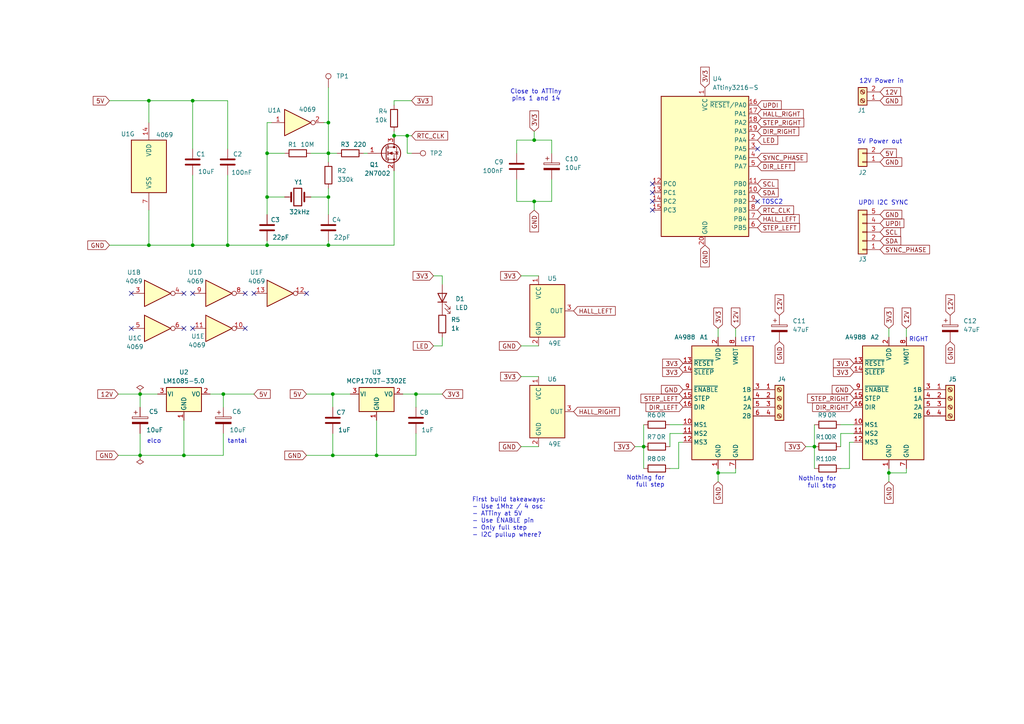
<source format=kicad_sch>
(kicad_sch (version 20231120) (generator "eeschema") (generator_version "8.0")
  (paper "A4")
  (lib_symbols
    (symbol "4xxx:4069" (pin_names (offset 1.016))
      (property "Reference" "U" (at 0 1.27 0))
      (property "Value" "4069" (at 0 -1.27 0))
      (symbol "4069_1_0"
        (polyline (pts (xy -3.81 3.81) (xy -3.81 -3.81) (xy 3.81 0) (xy -3.81 3.81)) (stroke (width 0.254)) (fill (type background)))
        (pin input line (at -7.62 0 0) (length 3.81) (name "~") (number "1"))
        (pin output inverted (at 7.62 0 180) (length 3.81) (name "~") (number "2"))
      )
      (symbol "4069_2_0"
        (polyline (pts (xy -3.81 3.81) (xy -3.81 -3.81) (xy 3.81 0) (xy -3.81 3.81)) (stroke (width 0.254)) (fill (type background)))
        (pin input line (at -7.62 0 0) (length 3.81) (name "~") (number "3"))
        (pin output inverted (at 7.62 0 180) (length 3.81) (name "~") (number "4"))
      )
      (symbol "4069_3_0"
        (polyline (pts (xy -3.81 3.81) (xy -3.81 -3.81) (xy 3.81 0) (xy -3.81 3.81)) (stroke (width 0.254)) (fill (type background)))
        (pin input line (at -7.62 0 0) (length 3.81) (name "~") (number "5"))
        (pin output inverted (at 7.62 0 180) (length 3.81) (name "~") (number "6"))
      )
      (symbol "4069_4_0"
        (polyline (pts (xy -3.81 3.81) (xy -3.81 -3.81) (xy 3.81 0) (xy -3.81 3.81)) (stroke (width 0.254)) (fill (type background)))
        (pin output inverted (at 7.62 0 180) (length 3.81) (name "~") (number "8"))
        (pin input line (at -7.62 0 0) (length 3.81) (name "~") (number "9"))
      )
      (symbol "4069_5_0"
        (polyline (pts (xy -3.81 3.81) (xy -3.81 -3.81) (xy 3.81 0) (xy -3.81 3.81)) (stroke (width 0.254)) (fill (type background)))
        (pin output inverted (at 7.62 0 180) (length 3.81) (name "~") (number "10"))
        (pin input line (at -7.62 0 0) (length 3.81) (name "~") (number "11"))
      )
      (symbol "4069_6_0"
        (polyline (pts (xy -3.81 3.81) (xy -3.81 -3.81) (xy 3.81 0) (xy -3.81 3.81)) (stroke (width 0.254)) (fill (type background)))
        (pin output inverted (at 7.62 0 180) (length 3.81) (name "~") (number "12"))
        (pin input line (at -7.62 0 0) (length 3.81) (name "~") (number "13"))
      )
      (symbol "4069_7_0"
        (pin power_in line (at 0 12.7 270) (length 5.08) (name "VDD") (number "14"))
        (pin power_in line (at 0 -12.7 90) (length 5.08) (name "VSS") (number "7"))
      )
      (symbol "4069_7_1"
        (rectangle (start -5.08 7.62) (end 5.08 -7.62) (stroke (width 0.254)) (fill (type background)))
      )
    )
    (symbol "Connector:Screw_Terminal_01x02" (pin_names (offset 1.016) hide)
      (property "Reference" "J" (at 0 2.54 0))
      (property "Value" "Screw_Terminal_01x02" (at 0 -5.08 0))
      (symbol "Screw_Terminal_01x02_1_1"
        (rectangle (start -1.27 1.27) (end 1.27 -3.81) (stroke (width 0.254)) (fill (type background)))
        (circle (center 0 -2.54) (radius 0.635) (stroke (width 0.1524)))
        (polyline (pts (xy -0.5334 -2.2098) (xy 0.3302 -3.048)) (stroke (width 0.1524)))
        (polyline (pts (xy -0.5334 0.3302) (xy 0.3302 -0.508)) (stroke (width 0.1524)))
        (polyline (pts (xy -0.3556 -2.032) (xy 0.508 -2.8702)) (stroke (width 0.1524)))
        (polyline (pts (xy -0.3556 0.508) (xy 0.508 -0.3302)) (stroke (width 0.1524)))
        (circle (center 0 0) (radius 0.635) (stroke (width 0.1524)))
        (pin passive line (at -5.08 0 0) (length 3.81) (name "Pin_1") (number "1"))
        (pin passive line (at -5.08 -2.54 0) (length 3.81) (name "Pin_2") (number "2"))
      )
    )
    (symbol "Connector:Screw_Terminal_01x04" (pin_names (offset 1.016) hide)
      (property "Reference" "J" (at 0 5.08 0))
      (property "Value" "Screw_Terminal_01x04" (at 0 -7.62 0))
      (symbol "Screw_Terminal_01x04_1_1"
        (rectangle (start -1.27 3.81) (end 1.27 -6.35) (stroke (width 0.254)) (fill (type background)))
        (circle (center 0 -5.08) (radius 0.635) (stroke (width 0.1524)))
        (circle (center 0 -2.54) (radius 0.635) (stroke (width 0.1524)))
        (polyline (pts (xy -0.5334 -4.7498) (xy 0.3302 -5.588)) (stroke (width 0.1524)))
        (polyline (pts (xy -0.5334 -2.2098) (xy 0.3302 -3.048)) (stroke (width 0.1524)))
        (polyline (pts (xy -0.5334 0.3302) (xy 0.3302 -0.508)) (stroke (width 0.1524)))
        (polyline (pts (xy -0.5334 2.8702) (xy 0.3302 2.032)) (stroke (width 0.1524)))
        (polyline (pts (xy -0.3556 -4.572) (xy 0.508 -5.4102)) (stroke (width 0.1524)))
        (polyline (pts (xy -0.3556 -2.032) (xy 0.508 -2.8702)) (stroke (width 0.1524)))
        (polyline (pts (xy -0.3556 0.508) (xy 0.508 -0.3302)) (stroke (width 0.1524)))
        (polyline (pts (xy -0.3556 3.048) (xy 0.508 2.2098)) (stroke (width 0.1524)))
        (circle (center 0 0) (radius 0.635) (stroke (width 0.1524)))
        (circle (center 0 2.54) (radius 0.635) (stroke (width 0.1524)))
        (pin passive line (at -5.08 2.54 0) (length 3.81) (name "Pin_1") (number "1"))
        (pin passive line (at -5.08 0 0) (length 3.81) (name "Pin_2") (number "2"))
        (pin passive line (at -5.08 -2.54 0) (length 3.81) (name "Pin_3") (number "3"))
        (pin passive line (at -5.08 -5.08 0) (length 3.81) (name "Pin_4") (number "4"))
      )
    )
    (symbol "Connector:TestPoint" (pin_numbers hide) (pin_names (offset 0.762) hide)
      (property "Reference" "TP" (at 0 6.858 0))
      (property "Value" "TestPoint" (at 0 5.08 0))
      (symbol "TestPoint_0_1"
        (circle (center 0 3.302) (radius 0.762))
      )
      (symbol "TestPoint_1_1"
        (pin passive line (at 0 0 90) (length 2.54) (name "1") (number "1"))
      )
    )
    (symbol "Connector_Generic:Conn_01x02" (pin_names (offset 1.016) hide)
      (property "Reference" "J" (at 0 2.54 0))
      (property "Value" "Conn_01x02" (at 0 -5.08 0))
      (symbol "Conn_01x02_1_1"
        (rectangle (start -1.27 -2.413) (end 0 -2.667) (stroke (width 0.1524)))
        (rectangle (start -1.27 0.127) (end 0 -0.127) (stroke (width 0.1524)))
        (rectangle (start -1.27 1.27) (end 1.27 -3.81) (stroke (width 0.254)) (fill (type background)))
        (pin passive line (at -5.08 0 0) (length 3.81) (name "Pin_1") (number "1"))
        (pin passive line (at -5.08 -2.54 0) (length 3.81) (name "Pin_2") (number "2"))
      )
    )
    (symbol "Connector_Generic:Conn_01x05" (pin_names (offset 1.016) hide)
      (property "Reference" "J" (at 0 7.62 0))
      (property "Value" "Conn_01x05" (at 0 -7.62 0))
      (symbol "Conn_01x05_1_1"
        (rectangle (start -1.27 -4.953) (end 0 -5.207) (stroke (width 0.1524)))
        (rectangle (start -1.27 -2.413) (end 0 -2.667) (stroke (width 0.1524)))
        (rectangle (start -1.27 0.127) (end 0 -0.127) (stroke (width 0.1524)))
        (rectangle (start -1.27 2.667) (end 0 2.413) (stroke (width 0.1524)))
        (rectangle (start -1.27 5.207) (end 0 4.953) (stroke (width 0.1524)))
        (rectangle (start -1.27 6.35) (end 1.27 -6.35) (stroke (width 0.254)) (fill (type background)))
        (pin passive line (at -5.08 5.08 0) (length 3.81) (name "Pin_1") (number "1"))
        (pin passive line (at -5.08 2.54 0) (length 3.81) (name "Pin_2") (number "2"))
        (pin passive line (at -5.08 0 0) (length 3.81) (name "Pin_3") (number "3"))
        (pin passive line (at -5.08 -2.54 0) (length 3.81) (name "Pin_4") (number "4"))
        (pin passive line (at -5.08 -5.08 0) (length 3.81) (name "Pin_5") (number "5"))
      )
    )
    (symbol "Device:C" (pin_numbers hide) (pin_names (offset 0.254))
      (property "Reference" "C" (at 0.635 2.54 0))
      (property "Value" "C" (at 0.635 -2.54 0))
      (symbol "C_0_1"
        (polyline (pts (xy -2.032 -0.762) (xy 2.032 -0.762)) (stroke (width 0.508)))
        (polyline (pts (xy -2.032 0.762) (xy 2.032 0.762)) (stroke (width 0.508)))
      )
      (symbol "C_1_1"
        (pin passive line (at 0 3.81 270) (length 2.794) (name "~") (number "1"))
        (pin passive line (at 0 -3.81 90) (length 2.794) (name "~") (number "2"))
      )
    )
    (symbol "Device:C_Polarized" (pin_numbers hide) (pin_names (offset 0.254))
      (property "Reference" "C" (at 0.635 2.54 0))
      (property "Value" "C_Polarized" (at 0.635 -2.54 0))
      (symbol "C_Polarized_0_1"
        (rectangle (start -2.286 0.508) (end 2.286 1.016))
        (polyline (pts (xy -1.778 2.286) (xy -0.762 2.286)))
        (polyline (pts (xy -1.27 2.794) (xy -1.27 1.778)))
        (rectangle (start 2.286 -0.508) (end -2.286 -1.016) (fill (type outline)))
      )
      (symbol "C_Polarized_1_1"
        (pin passive line (at 0 3.81 270) (length 2.794) (name "~") (number "1"))
        (pin passive line (at 0 -3.81 90) (length 2.794) (name "~") (number "2"))
      )
    )
    (symbol "Device:Crystal" (pin_numbers hide) (pin_names (offset 1.016) hide)
      (property "Reference" "Y" (at 0 3.81 0))
      (property "Value" "Crystal" (at 0 -3.81 0))
      (symbol "Crystal_0_1"
        (rectangle (start -1.143 2.54) (end 1.143 -2.54) (stroke (width 0.3048)))
        (polyline (pts (xy -2.54 0) (xy -1.905 0)))
        (polyline (pts (xy -1.905 -1.27) (xy -1.905 1.27)) (stroke (width 0.508)))
        (polyline (pts (xy 1.905 -1.27) (xy 1.905 1.27)) (stroke (width 0.508)))
        (polyline (pts (xy 2.54 0) (xy 1.905 0)))
      )
      (symbol "Crystal_1_1"
        (pin passive line (at -3.81 0 0) (length 1.27) (name "1") (number "1"))
        (pin passive line (at 3.81 0 180) (length 1.27) (name "2") (number "2"))
      )
    )
    (symbol "Device:LED" (pin_numbers hide) (pin_names (offset 1.016) hide)
      (property "Reference" "D" (at 0 2.54 0))
      (property "Value" "LED" (at 0 -2.54 0))
      (symbol "LED_0_1"
        (polyline (pts (xy -1.27 -1.27) (xy -1.27 1.27)) (stroke (width 0.254)))
        (polyline (pts (xy -1.27 0) (xy 1.27 0)))
        (polyline (pts (xy 1.27 -1.27) (xy 1.27 1.27) (xy -1.27 0) (xy 1.27 -1.27)) (stroke (width 0.254)))
        (polyline (pts (xy -3.048 -0.762) (xy -4.572 -2.286) (xy -3.81 -2.286) (xy -4.572 -2.286) (xy -4.572 -1.524)))
        (polyline (pts (xy -1.778 -0.762) (xy -3.302 -2.286) (xy -2.54 -2.286) (xy -3.302 -2.286) (xy -3.302 -1.524)))
      )
      (symbol "LED_1_1"
        (pin passive line (at -3.81 0 0) (length 2.54) (name "K") (number "1"))
        (pin passive line (at 3.81 0 180) (length 2.54) (name "A") (number "2"))
      )
    )
    (symbol "Device:R" (pin_numbers hide) (pin_names (offset 0))
      (property "Reference" "R" (at 2.032 0 90))
      (property "Value" "R" (at 0 0 90))
      (symbol "R_0_1"
        (rectangle (start -1.016 -2.54) (end 1.016 2.54) (stroke (width 0.254)))
      )
      (symbol "R_1_1"
        (pin passive line (at 0 3.81 270) (length 1.27) (name "~") (number "1"))
        (pin passive line (at 0 -3.81 90) (length 1.27) (name "~") (number "2"))
      )
    )
    (symbol "Driver_Motor:Pololu_Breakout_A4988"
      (property "Reference" "A" (at -2.54 19.05 0))
      (property "Value" "Pololu_Breakout_A4988" (at -2.54 16.51 0))
      (symbol "Pololu_Breakout_A4988_0_1"
        (rectangle (start 10.16 -17.78) (end -7.62 15.24) (stroke (width 0.254)) (fill (type background)))
      )
      (symbol "Pololu_Breakout_A4988_1_1"
        (pin power_in line (at 0 -20.32 90) (length 2.54) (name "GND") (number "1"))
        (pin input line (at -10.16 -7.62 0) (length 2.54) (name "MS1") (number "10"))
        (pin input line (at -10.16 -10.16 0) (length 2.54) (name "MS2") (number "11"))
        (pin input line (at -10.16 -12.7 0) (length 2.54) (name "MS3") (number "12"))
        (pin input line (at -10.16 10.16 0) (length 2.54) (name "~{RESET}") (number "13"))
        (pin input line (at -10.16 7.62 0) (length 2.54) (name "~{SLEEP}") (number "14"))
        (pin input line (at -10.16 0 0) (length 2.54) (name "STEP") (number "15"))
        (pin input line (at -10.16 -2.54 0) (length 2.54) (name "DIR") (number "16"))
        (pin power_in line (at 0 17.78 270) (length 2.54) (name "VDD") (number "2"))
        (pin output line (at 12.7 2.54 180) (length 2.54) (name "1B") (number "3"))
        (pin output line (at 12.7 0 180) (length 2.54) (name "1A") (number "4"))
        (pin output line (at 12.7 -2.54 180) (length 2.54) (name "2A") (number "5"))
        (pin output line (at 12.7 -5.08 180) (length 2.54) (name "2B") (number "6"))
        (pin power_in line (at 5.08 -20.32 90) (length 2.54) (name "GND") (number "7"))
        (pin power_in line (at 5.08 17.78 270) (length 2.54) (name "VMOT") (number "8"))
        (pin input line (at -10.16 2.54 0) (length 2.54) (name "~{ENABLE}") (number "9"))
      )
    )
    (symbol "MCU_Microchip_ATtiny:ATtiny3216-S"
      (property "Reference" "U" (at -12.7 21.59 0))
      (property "Value" "ATtiny3216-S" (at 2.54 -21.59 0))
      (symbol "ATtiny3216-S_0_1"
        (rectangle (start -12.7 -20.32) (end 12.7 20.32) (stroke (width 0.254)) (fill (type background)))
      )
      (symbol "ATtiny3216-S_1_1"
        (pin power_in line (at 0 22.86 270) (length 2.54) (name "VCC") (number "1"))
        (pin bidirectional line (at 15.24 -7.62 180) (length 2.54) (name "PB1") (number "10"))
        (pin bidirectional line (at 15.24 -5.08 180) (length 2.54) (name "PB0") (number "11"))
        (pin bidirectional line (at -15.24 -5.08 0) (length 2.54) (name "PC0") (number "12"))
        (pin bidirectional line (at -15.24 -7.62 0) (length 2.54) (name "PC1") (number "13"))
        (pin bidirectional line (at -15.24 -10.16 0) (length 2.54) (name "PC2") (number "14"))
        (pin bidirectional line (at -15.24 -12.7 0) (length 2.54) (name "PC3") (number "15"))
        (pin bidirectional line (at 15.24 17.78 180) (length 2.54) (name "~{RESET}/PA0") (number "16"))
        (pin bidirectional line (at 15.24 15.24 180) (length 2.54) (name "PA1") (number "17"))
        (pin bidirectional line (at 15.24 12.7 180) (length 2.54) (name "PA2") (number "18"))
        (pin bidirectional line (at 15.24 10.16 180) (length 2.54) (name "PA3") (number "19"))
        (pin bidirectional line (at 15.24 7.62 180) (length 2.54) (name "PA4") (number "2"))
        (pin power_in line (at 0 -22.86 90) (length 2.54) (name "GND") (number "20"))
        (pin bidirectional line (at 15.24 5.08 180) (length 2.54) (name "PA5") (number "3"))
        (pin bidirectional line (at 15.24 2.54 180) (length 2.54) (name "PA6") (number "4"))
        (pin bidirectional line (at 15.24 0 180) (length 2.54) (name "PA7") (number "5"))
        (pin bidirectional line (at 15.24 -17.78 180) (length 2.54) (name "PB5") (number "6"))
        (pin bidirectional line (at 15.24 -15.24 180) (length 2.54) (name "PB4") (number "7"))
        (pin bidirectional line (at 15.24 -12.7 180) (length 2.54) (name "PB3") (number "8"))
        (pin bidirectional line (at 15.24 -10.16 180) (length 2.54) (name "PB2") (number "9"))
      )
    )
    (symbol "Regulator_Linear:LM1085-5.0" (pin_names (offset 0.254))
      (property "Reference" "U" (at -3.81 3.175 0))
      (property "Value" "LM1085-5.0" (at 0 3.175 0))
      (symbol "LM1085-5.0_0_1"
        (rectangle (start -5.08 1.905) (end 5.08 -5.08) (stroke (width 0.254)) (fill (type background)))
      )
      (symbol "LM1085-5.0_1_1"
        (pin power_in line (at 0 -7.62 90) (length 2.54) (name "GND") (number "1"))
        (pin power_out line (at 7.62 0 180) (length 2.54) (name "VO") (number "2"))
        (pin power_in line (at -7.62 0 0) (length 2.54) (name "VI") (number "3"))
      )
    )
    (symbol "Regulator_Linear:MCP1703Ax-330xxTT" (pin_names (offset 0.254))
      (property "Reference" "U" (at -3.81 3.175 0))
      (property "Value" "MCP1703Ax-330xxTT" (at 0 3.175 0))
      (symbol "MCP1703Ax-330xxTT_0_1"
        (rectangle (start -5.08 -5.08) (end 5.08 1.905) (stroke (width 0.254)) (fill (type background)))
      )
      (symbol "MCP1703Ax-330xxTT_1_1"
        (pin power_in line (at 0 -7.62 90) (length 2.54) (name "GND") (number "1"))
        (pin power_out line (at 7.62 0 180) (length 2.54) (name "VO") (number "2"))
        (pin power_in line (at -7.62 0 0) (length 2.54) (name "VI") (number "3"))
      )
    )
    (symbol "Sensor_Magnetic:DRV5033FAxLPG"
      (property "Reference" "U" (at 5.08 12.7 0))
      (property "Value" "DRV5033FAxLPG" (at 7.62 10.16 0))
      (symbol "DRV5033FAxLPG_1_1"
        (rectangle (start -5.08 7.62) (end 5.08 -7.62) (stroke (width 0.254)) (fill (type background)))
        (pin power_in line (at -2.54 10.16 270) (length 2.54) (name "VCC") (number "1"))
        (pin power_in line (at -2.54 -10.16 90) (length 2.54) (name "GND") (number "2"))
        (pin output line (at 7.62 0 180) (length 2.54) (name "OUT") (number "3"))
      )
    )
    (symbol "Transistor_FET:2N7002" (pin_names hide)
      (property "Reference" "Q" (at 5.08 1.905 0))
      (property "Value" "2N7002" (at 5.08 0 0))
      (symbol "2N7002_0_1"
        (polyline (pts (xy 0.254 0) (xy -2.54 0)))
        (polyline (pts (xy 0.254 1.905) (xy 0.254 -1.905)) (stroke (width 0.254)))
        (polyline (pts (xy 0.762 -1.27) (xy 0.762 -2.286)) (stroke (width 0.254)))
        (polyline (pts (xy 0.762 0.508) (xy 0.762 -0.508)) (stroke (width 0.254)))
        (polyline (pts (xy 0.762 2.286) (xy 0.762 1.27)) (stroke (width 0.254)))
        (polyline (pts (xy 2.54 2.54) (xy 2.54 1.778)))
        (polyline (pts (xy 2.54 -2.54) (xy 2.54 0) (xy 0.762 0)))
        (polyline (pts (xy 0.762 -1.778) (xy 3.302 -1.778) (xy 3.302 1.778) (xy 0.762 1.778)))
        (polyline (pts (xy 1.016 0) (xy 2.032 0.381) (xy 2.032 -0.381) (xy 1.016 0)) (fill (type outline)))
        (polyline (pts (xy 2.794 0.508) (xy 2.921 0.381) (xy 3.683 0.381) (xy 3.81 0.254)))
        (polyline (pts (xy 3.302 0.381) (xy 2.921 -0.254) (xy 3.683 -0.254) (xy 3.302 0.381)))
        (circle (center 1.651 0) (radius 2.794) (stroke (width 0.254)))
        (circle (center 2.54 -1.778) (radius 0.254) (fill (type outline)))
        (circle (center 2.54 1.778) (radius 0.254) (fill (type outline)))
      )
      (symbol "2N7002_1_1"
        (pin input line (at -5.08 0 0) (length 2.54) (name "G") (number "1"))
        (pin passive line (at 2.54 -5.08 90) (length 2.54) (name "S") (number "2"))
        (pin passive line (at 2.54 5.08 270) (length 2.54) (name "D") (number "3"))
      )
    )
    (symbol "power:PWR_FLAG" (power) (pin_numbers hide) (pin_names (offset 0) hide)
      (property "Value" "PWR_FLAG" (at 0 3.81 0))
      (symbol "PWR_FLAG_0_0"
        (pin power_out line (at 0 0 90) (length 0) (name "~") (number "1"))
      )
      (symbol "PWR_FLAG_0_1"
        (polyline (pts (xy 0 0) (xy 0 1.27) (xy -1.016 1.905) (xy 0 2.54) (xy 1.016 1.905) (xy 0 1.27)))
      )
    )
  )
  (junction (at 154.94 40.64))
  (junction (at 40.64 132.08))
  (junction (at 120.65 114.3))
  (junction (at 186.69 129.54))
  (junction (at 77.47 57.15))
  (junction (at 208.28 137.16))
  (junction (at 118.11 39.37))
  (junction (at 154.94 58.42))
  (junction (at 43.18 71.12))
  (junction (at 40.64 114.3))
  (junction (at 95.25 44.45))
  (junction (at 257.81 137.16))
  (junction (at 95.25 71.12))
  (junction (at 96.52 132.08))
  (junction (at 77.47 44.45))
  (junction (at 55.88 71.12))
  (junction (at 114.3 39.37))
  (junction (at 66.04 71.12))
  (junction (at 95.25 35.56))
  (junction (at 96.52 114.3))
  (junction (at 55.88 29.21))
  (junction (at 53.34 132.08))
  (junction (at 95.25 57.15))
  (junction (at 77.47 71.12))
  (junction (at 64.77 114.3))
  (junction (at 236.22 129.54))
  (junction (at 109.22 132.08))
  (junction (at 43.18 29.21))
  (no_connect (at 219.71 58.42))
  (no_connect (at 38.1 95.25))
  (no_connect (at 71.12 85.09))
  (no_connect (at 189.23 58.42))
  (no_connect (at 55.88 95.25))
  (no_connect (at 189.23 53.34))
  (no_connect (at 55.88 85.09))
  (no_connect (at 189.23 55.88))
  (no_connect (at 189.23 60.96))
  (no_connect (at 71.12 95.25))
  (no_connect (at 53.34 85.09))
  (no_connect (at 73.66 85.09))
  (no_connect (at 38.1 85.09))
  (no_connect (at 219.71 43.18))
  (no_connect (at 53.34 95.25))
  (no_connect (at 88.9 85.09))
  (wire (pts (xy 246.38 128.27) (xy 246.38 135.89)))
  (wire (pts (xy 77.47 44.45) (xy 82.55 44.45)))
  (wire (pts (xy 247.65 125.73) (xy 243.84 125.73)))
  (wire (pts (xy 96.52 114.3) (xy 96.52 118.11)))
  (wire (pts (xy 114.3 39.37) (xy 118.11 39.37)))
  (wire (pts (xy 151.13 109.22) (xy 156.21 109.22)))
  (wire (pts (xy 90.17 57.15) (xy 95.25 57.15)))
  (wire (pts (xy 149.86 52.07) (xy 149.86 58.42)))
  (wire (pts (xy 95.25 46.99) (xy 95.25 44.45)))
  (wire (pts (xy 196.85 128.27) (xy 196.85 135.89)))
  (wire (pts (xy 34.29 132.08) (xy 40.64 132.08)))
  (wire (pts (xy 151.13 100.33) (xy 156.21 100.33)))
  (wire (pts (xy 40.64 125.73) (xy 40.64 132.08)))
  (wire (pts (xy 40.64 114.3) (xy 40.64 118.11)))
  (wire (pts (xy 77.47 35.56) (xy 78.74 35.56)))
  (wire (pts (xy 31.75 29.21) (xy 43.18 29.21)))
  (wire (pts (xy 208.28 135.89) (xy 208.28 137.16)))
  (wire (pts (xy 66.04 43.18) (xy 66.04 29.21)))
  (wire (pts (xy 160.02 40.64) (xy 160.02 44.45)))
  (wire (pts (xy 243.84 123.19) (xy 247.65 123.19)))
  (wire (pts (xy 154.94 58.42) (xy 154.94 60.96)))
  (wire (pts (xy 196.85 135.89) (xy 194.31 135.89)))
  (wire (pts (xy 151.13 80.01) (xy 156.21 80.01)))
  (wire (pts (xy 118.11 39.37) (xy 118.11 44.45)))
  (wire (pts (xy 128.27 100.33) (xy 128.27 97.79)))
  (wire (pts (xy 120.65 114.3) (xy 128.27 114.3)))
  (wire (pts (xy 125.73 80.01) (xy 128.27 80.01)))
  (wire (pts (xy 31.75 71.12) (xy 43.18 71.12)))
  (wire (pts (xy 186.69 123.19) (xy 186.69 129.54)))
  (wire (pts (xy 160.02 52.07) (xy 160.02 58.42)))
  (wire (pts (xy 257.81 137.16) (xy 262.89 137.16)))
  (wire (pts (xy 95.25 57.15) (xy 95.25 54.61)))
  (wire (pts (xy 257.81 137.16) (xy 257.81 139.7)))
  (wire (pts (xy 118.11 44.45) (xy 119.38 44.45)))
  (wire (pts (xy 55.88 29.21) (xy 66.04 29.21)))
  (wire (pts (xy 114.3 29.21) (xy 119.38 29.21)))
  (wire (pts (xy 149.86 58.42) (xy 154.94 58.42)))
  (wire (pts (xy 257.81 135.89) (xy 257.81 137.16)))
  (wire (pts (xy 40.64 132.08) (xy 53.34 132.08)))
  (wire (pts (xy 93.98 35.56) (xy 95.25 35.56)))
  (wire (pts (xy 120.65 114.3) (xy 120.65 118.11)))
  (wire (pts (xy 105.41 44.45) (xy 106.68 44.45)))
  (wire (pts (xy 262.89 137.16) (xy 262.89 135.89)))
  (wire (pts (xy 34.29 114.3) (xy 40.64 114.3)))
  (wire (pts (xy 149.86 40.64) (xy 149.86 44.45)))
  (wire (pts (xy 77.47 69.85) (xy 77.47 71.12)))
  (wire (pts (xy 194.31 123.19) (xy 198.12 123.19)))
  (wire (pts (xy 55.88 43.18) (xy 55.88 29.21)))
  (wire (pts (xy 149.86 40.64) (xy 154.94 40.64)))
  (wire (pts (xy 43.18 29.21) (xy 43.18 35.56)))
  (wire (pts (xy 96.52 132.08) (xy 96.52 125.73)))
  (wire (pts (xy 55.88 71.12) (xy 55.88 50.8)))
  (wire (pts (xy 95.25 44.45) (xy 97.79 44.45)))
  (wire (pts (xy 262.89 95.25) (xy 262.89 97.79)))
  (wire (pts (xy 90.17 44.45) (xy 95.25 44.45)))
  (wire (pts (xy 233.68 129.54) (xy 236.22 129.54)))
  (wire (pts (xy 116.84 114.3) (xy 120.65 114.3)))
  (wire (pts (xy 66.04 71.12) (xy 66.04 50.8)))
  (wire (pts (xy 118.11 39.37) (xy 119.38 39.37)))
  (wire (pts (xy 60.96 114.3) (xy 64.77 114.3)))
  (wire (pts (xy 154.94 58.42) (xy 160.02 58.42)))
  (wire (pts (xy 96.52 132.08) (xy 109.22 132.08)))
  (wire (pts (xy 236.22 129.54) (xy 236.22 135.89)))
  (wire (pts (xy 208.28 95.25) (xy 208.28 97.79)))
  (wire (pts (xy 236.22 123.19) (xy 236.22 129.54)))
  (wire (pts (xy 184.15 129.54) (xy 186.69 129.54)))
  (wire (pts (xy 95.25 71.12) (xy 114.3 71.12)))
  (wire (pts (xy 77.47 57.15) (xy 82.55 57.15)))
  (wire (pts (xy 95.25 35.56) (xy 95.25 44.45)))
  (wire (pts (xy 151.13 129.54) (xy 156.21 129.54)))
  (wire (pts (xy 95.25 71.12) (xy 95.25 69.85)))
  (wire (pts (xy 247.65 128.27) (xy 246.38 128.27)))
  (wire (pts (xy 114.3 71.12) (xy 114.3 49.53)))
  (wire (pts (xy 198.12 128.27) (xy 196.85 128.27)))
  (wire (pts (xy 53.34 132.08) (xy 64.77 132.08)))
  (wire (pts (xy 64.77 114.3) (xy 73.66 114.3)))
  (wire (pts (xy 64.77 114.3) (xy 64.77 118.11)))
  (wire (pts (xy 95.25 57.15) (xy 95.25 62.23)))
  (wire (pts (xy 40.64 114.3) (xy 45.72 114.3)))
  (wire (pts (xy 53.34 121.92) (xy 53.34 132.08)))
  (wire (pts (xy 128.27 80.01) (xy 128.27 82.55)))
  (wire (pts (xy 120.65 132.08) (xy 120.65 125.73)))
  (wire (pts (xy 43.18 29.21) (xy 55.88 29.21)))
  (wire (pts (xy 109.22 132.08) (xy 120.65 132.08)))
  (wire (pts (xy 125.73 100.33) (xy 128.27 100.33)))
  (wire (pts (xy 43.18 71.12) (xy 43.18 60.96)))
  (wire (pts (xy 88.9 114.3) (xy 96.52 114.3)))
  (wire (pts (xy 77.47 57.15) (xy 77.47 62.23)))
  (wire (pts (xy 95.25 25.4) (xy 95.25 35.56)))
  (wire (pts (xy 64.77 125.73) (xy 64.77 132.08)))
  (wire (pts (xy 246.38 135.89) (xy 243.84 135.89)))
  (wire (pts (xy 208.28 137.16) (xy 208.28 139.7)))
  (wire (pts (xy 198.12 125.73) (xy 194.31 125.73)))
  (wire (pts (xy 208.28 137.16) (xy 213.36 137.16)))
  (wire (pts (xy 213.36 95.25) (xy 213.36 97.79)))
  (wire (pts (xy 154.94 40.64) (xy 160.02 40.64)))
  (wire (pts (xy 114.3 29.21) (xy 114.3 30.48)))
  (wire (pts (xy 55.88 71.12) (xy 66.04 71.12)))
  (wire (pts (xy 88.9 132.08) (xy 96.52 132.08)))
  (wire (pts (xy 66.04 71.12) (xy 77.47 71.12)))
  (wire (pts (xy 77.47 44.45) (xy 77.47 57.15)))
  (wire (pts (xy 154.94 38.1) (xy 154.94 40.64)))
  (wire (pts (xy 43.18 71.12) (xy 55.88 71.12)))
  (wire (pts (xy 109.22 121.92) (xy 109.22 132.08)))
  (wire (pts (xy 96.52 114.3) (xy 101.6 114.3)))
  (wire (pts (xy 77.47 71.12) (xy 95.25 71.12)))
  (wire (pts (xy 257.81 95.25) (xy 257.81 97.79)))
  (wire (pts (xy 213.36 137.16) (xy 213.36 135.89)))
  (wire (pts (xy 186.69 129.54) (xy 186.69 135.89)))
  (wire (pts (xy 194.31 125.73) (xy 194.31 129.54)))
  (wire (pts (xy 77.47 44.45) (xy 77.47 35.56)))
  (wire (pts (xy 114.3 38.1) (xy 114.3 39.37)))
  (wire (pts (xy 243.84 125.73) (xy 243.84 129.54)))
  (text "TOSC2" (at 224.028 58.674 0) (effects (font (size 1.27 1.27))))
  (text "12V Power in" (at 249.174 23.622 0) (effects (font (size 1.27 1.27)) (justify left)))
  (text "UPDI I2C SYNC" (at 248.92 58.928 0) (effects (font (size 1.27 1.27)) (justify left)))
  (text "LEFT" (at 216.916 98.552 0) (effects (font (size 1.27 1.27))))
  (text "tantal" (at 68.834 128.016 0) (effects (font (size 1.27 1.27))))
  (text "Nothing for\nfull step" (at 242.57 139.954 0) (effects (font (size 1.27 1.27)) (justify right)))
  (text "RIGHT" (at 266.446 98.552 0) (effects (font (size 1.27 1.27))))
  (text "Nothing for\nfull step" (at 192.786 139.7 0) (effects (font (size 1.27 1.27)) (justify right)))
  (text "First build takeaways:\n- Use 1Mhz / 4 osc\n- ATTiny at 5V\n- Use ENABLE pin\n- Only full step\n- I2C pullup where?" (at 136.906 144.272 0) (effects (font (size 1.27 1.27)) (justify left top)))
  (text "elco" (at 44.704 128.016 0) (effects (font (size 1.27 1.27))))
  (text "5V Power out" (at 248.666 41.148 0) (effects (font (size 1.27 1.27)) (justify left)))
  (text "Close to ATTiny\npins 1 and 14" (at 155.448 27.686 0) (effects (font (size 1.27 1.27))))
  (global_label "STEP_RIGHT" (shape input) (at 247.65 115.57 180) (property "Intersheetrefs" "${INTERSHEET_REFS}" (effects (hide yes))))
  (global_label "5V" (shape input) (at 88.9 114.3 180) (property "Intersheetrefs" "${INTERSHEET_REFS}" (effects (hide yes))))
  (global_label "3V3" (shape input) (at 257.81 95.25 90) (property "Intersheetrefs" "${INTERSHEET_REFS}" (effects (hide yes))))
  (global_label "SCL" (shape input) (at 255.27 67.31 0) (property "Intersheetrefs" "${INTERSHEET_REFS}" (effects (hide yes))))
  (global_label "3V3" (shape input) (at 154.94 38.1 90) (property "Intersheetrefs" "${INTERSHEET_REFS}" (effects (hide yes))))
  (global_label "HALL_LEFT" (shape input) (at 219.71 63.5 0) (property "Intersheetrefs" "${INTERSHEET_REFS}" (effects (hide yes))))
  (global_label "SDA" (shape input) (at 219.71 55.88 0) (property "Intersheetrefs" "${INTERSHEET_REFS}" (effects (hide yes))))
  (global_label "12V" (shape input) (at 255.27 26.67 0) (property "Intersheetrefs" "${INTERSHEET_REFS}" (effects (hide yes))))
  (global_label "GND" (shape input) (at 226.06 99.06 270) (property "Intersheetrefs" "${INTERSHEET_REFS}" (effects (hide yes))))
  (global_label "3V3" (shape input) (at 128.27 114.3 0) (property "Intersheetrefs" "${INTERSHEET_REFS}" (effects (hide yes))))
  (global_label "SCL" (shape input) (at 219.71 53.34 0) (property "Intersheetrefs" "${INTERSHEET_REFS}" (effects (hide yes))))
  (global_label "5V" (shape input) (at 31.75 29.21 180) (property "Intersheetrefs" "${INTERSHEET_REFS}" (effects (hide yes))))
  (global_label "GND" (shape input) (at 255.27 62.23 0) (property "Intersheetrefs" "${INTERSHEET_REFS}" (effects (hide yes))))
  (global_label "GND" (shape input) (at 255.27 29.21 0) (property "Intersheetrefs" "${INTERSHEET_REFS}" (effects (hide yes))))
  (global_label "GND" (shape input) (at 204.47 71.12 270) (property "Intersheetrefs" "${INTERSHEET_REFS}" (effects (hide yes))))
  (global_label "RTC_CLK" (shape input) (at 219.71 60.96 0) (property "Intersheetrefs" "${INTERSHEET_REFS}" (effects (hide yes))))
  (global_label "GND" (shape input) (at 247.65 113.03 180) (property "Intersheetrefs" "${INTERSHEET_REFS}" (effects (hide yes))))
  (global_label "3V3" (shape input) (at 198.12 107.95 180) (property "Intersheetrefs" "${INTERSHEET_REFS}" (effects (hide yes))))
  (global_label "GND" (shape input) (at 151.13 129.54 180) (property "Intersheetrefs" "${INTERSHEET_REFS}" (effects (hide yes))))
  (global_label "STEP_RIGHT" (shape input) (at 219.71 35.56 0) (property "Intersheetrefs" "${INTERSHEET_REFS}" (effects (hide yes))))
  (global_label "12V" (shape input) (at 213.36 95.25 90) (property "Intersheetrefs" "${INTERSHEET_REFS}" (effects (hide yes))))
  (global_label "GND" (shape input) (at 275.59 99.06 270) (property "Intersheetrefs" "${INTERSHEET_REFS}" (effects (hide yes))))
  (global_label "GND" (shape input) (at 151.13 100.33 180) (property "Intersheetrefs" "${INTERSHEET_REFS}" (effects (hide yes))))
  (global_label "3V3" (shape input) (at 204.47 25.4 90) (property "Intersheetrefs" "${INTERSHEET_REFS}" (effects (hide yes))))
  (global_label "GND" (shape input) (at 208.28 139.7 270) (property "Intersheetrefs" "${INTERSHEET_REFS}" (effects (hide yes))))
  (global_label "3V3" (shape input) (at 247.65 107.95 180) (property "Intersheetrefs" "${INTERSHEET_REFS}" (effects (hide yes))))
  (global_label "STEP_LEFT" (shape input) (at 219.71 66.04 0) (property "Intersheetrefs" "${INTERSHEET_REFS}" (effects (hide yes))))
  (global_label "12V" (shape input) (at 275.59 91.44 90) (property "Intersheetrefs" "${INTERSHEET_REFS}" (effects (hide yes))))
  (global_label "DIR_LEFT" (shape input) (at 198.12 118.11 180) (property "Intersheetrefs" "${INTERSHEET_REFS}" (effects (hide yes))))
  (global_label "HALL_RIGHT" (shape input) (at 166.37 119.38 0) (property "Intersheetrefs" "${INTERSHEET_REFS}" (effects (hide yes))))
  (global_label "GND" (shape input) (at 198.12 113.03 180) (property "Intersheetrefs" "${INTERSHEET_REFS}" (effects (hide yes))))
  (global_label "3V3" (shape input) (at 208.28 95.25 90) (property "Intersheetrefs" "${INTERSHEET_REFS}" (effects (hide yes))))
  (global_label "LED" (shape input) (at 219.71 40.64 0) (property "Intersheetrefs" "${INTERSHEET_REFS}" (effects (hide yes))))
  (global_label "LED" (shape input) (at 125.73 100.33 180) (property "Intersheetrefs" "${INTERSHEET_REFS}" (effects (hide yes))))
  (global_label "GND" (shape input) (at 154.94 60.96 270) (property "Intersheetrefs" "${INTERSHEET_REFS}" (effects (hide yes))))
  (global_label "UPDI" (shape input) (at 219.71 30.48 0) (property "Intersheetrefs" "${INTERSHEET_REFS}" (effects (hide yes))))
  (global_label "3V3" (shape input) (at 198.12 105.41 180) (property "Intersheetrefs" "${INTERSHEET_REFS}" (effects (hide yes))))
  (global_label "GND" (shape input) (at 88.9 132.08 180) (property "Intersheetrefs" "${INTERSHEET_REFS}" (effects (hide yes))))
  (global_label "GND" (shape input) (at 34.29 132.08 180) (property "Intersheetrefs" "${INTERSHEET_REFS}" (effects (hide yes))))
  (global_label "DIR_RIGHT" (shape input) (at 219.71 38.1 0) (property "Intersheetrefs" "${INTERSHEET_REFS}" (effects (hide yes))))
  (global_label "GND" (shape input) (at 255.27 46.99 0) (property "Intersheetrefs" "${INTERSHEET_REFS}" (effects (hide yes))))
  (global_label "3V3" (shape input) (at 247.65 105.41 180) (property "Intersheetrefs" "${INTERSHEET_REFS}" (effects (hide yes))))
  (global_label "SDA" (shape input) (at 255.27 69.85 0) (property "Intersheetrefs" "${INTERSHEET_REFS}" (effects (hide yes))))
  (global_label "12V" (shape input) (at 262.89 95.25 90) (property "Intersheetrefs" "${INTERSHEET_REFS}" (effects (hide yes))))
  (global_label "3V3" (shape input) (at 184.15 129.54 180) (property "Intersheetrefs" "${INTERSHEET_REFS}" (effects (hide yes))))
  (global_label "SYNC_PHASE" (shape input) (at 255.27 72.39 0) (property "Intersheetrefs" "${INTERSHEET_REFS}" (effects (hide yes))))
  (global_label "HALL_LEFT" (shape input) (at 166.37 90.17 0) (property "Intersheetrefs" "${INTERSHEET_REFS}" (effects (hide yes))))
  (global_label "12V" (shape input) (at 226.06 91.44 90) (property "Intersheetrefs" "${INTERSHEET_REFS}" (effects (hide yes))))
  (global_label "12V" (shape input) (at 34.29 114.3 180) (property "Intersheetrefs" "${INTERSHEET_REFS}" (effects (hide yes))))
  (global_label "3V3" (shape input) (at 119.38 29.21 0) (property "Intersheetrefs" "${INTERSHEET_REFS}" (effects (hide yes))))
  (global_label "GND" (shape input) (at 257.81 139.7 270) (property "Intersheetrefs" "${INTERSHEET_REFS}" (effects (hide yes))))
  (global_label "DIR_LEFT" (shape input) (at 219.71 48.26 0) (property "Intersheetrefs" "${INTERSHEET_REFS}" (effects (hide yes))))
  (global_label "HALL_RIGHT" (shape input) (at 219.71 33.02 0) (property "Intersheetrefs" "${INTERSHEET_REFS}" (effects (hide yes))))
  (global_label "UPDI" (shape input) (at 255.27 64.77 0) (property "Intersheetrefs" "${INTERSHEET_REFS}" (effects (hide yes))))
  (global_label "DIR_RIGHT" (shape input) (at 247.65 118.11 180) (property "Intersheetrefs" "${INTERSHEET_REFS}" (effects (hide yes))))
  (global_label "5V" (shape input) (at 255.27 44.45 0) (property "Intersheetrefs" "${INTERSHEET_REFS}" (effects (hide yes))))
  (global_label "3V3" (shape input) (at 233.68 129.54 180) (property "Intersheetrefs" "${INTERSHEET_REFS}" (effects (hide yes))))
  (global_label "3V3" (shape input) (at 151.13 80.01 180) (property "Intersheetrefs" "${INTERSHEET_REFS}" (effects (hide yes))))
  (global_label "3V3" (shape input) (at 151.13 109.22 180) (property "Intersheetrefs" "${INTERSHEET_REFS}" (effects (hide yes))))
  (global_label "GND" (shape input) (at 31.75 71.12 180) (property "Intersheetrefs" "${INTERSHEET_REFS}" (effects (hide yes))))
  (global_label "5V" (shape input) (at 73.66 114.3 0) (property "Intersheetrefs" "${INTERSHEET_REFS}" (effects (hide yes))))
  (global_label "RTC_CLK" (shape input) (at 119.38 39.37 0) (property "Intersheetrefs" "${INTERSHEET_REFS}" (effects (hide yes))))
  (global_label "3V3" (shape input) (at 125.73 80.01 180) (property "Intersheetrefs" "${INTERSHEET_REFS}" (effects (hide yes))))
  (global_label "STEP_LEFT" (shape input) (at 198.12 115.57 180) (property "Intersheetrefs" "${INTERSHEET_REFS}" (effects (hide yes))))
  (global_label "SYNC_PHASE" (shape input) (at 219.71 45.72 0) (property "Intersheetrefs" "${INTERSHEET_REFS}" (effects (hide yes))))
  (symbol (lib_id "Device:C") (at 120.65 121.92 0) (unit 1)
    (property "Reference" "C8" (at 121.666 119.634 0) (effects (justify left)))
    (property "Value" "1uF" (at 122.174 124.714 0) (effects (justify left)))
    (property "Footprint" "Capacitor_SMD:C_0805_2012Metric" (effects (hide yes)))
    (property "Description" "Unpolarized capacitor" (effects (hide yes)))
  )
  (symbol (lib_id "Device:R") (at 190.5 123.19 90) (unit 1)
    (property "Reference" "R6" (at 188.976 120.396 90))
    (property "Value" "0R" (at 191.77 120.396 90))
    (property "Footprint" "Resistor_SMD:R_0805_2012Metric" (effects (hide yes)))
    (property "Description" "Resistor" (effects (hide yes)))
  )
  (symbol (lib_id "Device:R") (at 86.36 44.45 90) (unit 1)
    (property "Reference" "R1" (at 84.836 41.91 90))
    (property "Value" "10M" (at 89.154 41.91 90))
    (property "Footprint" "Resistor_SMD:R_0805_2012Metric" (effects (hide yes)))
    (property "Description" "Resistor" (effects (hide yes)))
  )
  (symbol (lib_id "Connector_Generic:Conn_01x02") (at 250.19 46.99 180) (unit 1)
    (property "Reference" "J2" (at 250.19 50.038 0))
    (property "Value" "Conn_01x02" (effects (hide yes)))
    (property "Footprint" "Connector_PinHeader_2.54mm:PinHeader_1x02_P2.54mm_Vertical" (effects (hide yes)))
    (property "Description" "Generic connector, single row, 01x02, script generated (kicad-library-utils/schlib/autogen/connector/)" (effects (hide yes)))
  )
  (symbol (lib_id "Connector:Screw_Terminal_01x04") (at 275.59 115.57 0) (unit 1)
    (property "Reference" "J5" (at 275.082 109.982 0) (effects (justify left)))
    (property "Value" "Screw_Terminal_01x04" (effects (hide yes)))
    (property "Footprint" "TerminalBlock_4Ucon:TerminalBlock_4Ucon_1x04_P3.50mm_Horizontal" (effects (hide yes)))
    (property "Description" "Generic screw terminal, single row, 01x04, script generated (kicad-library-utils/schlib/autogen/connector/)" (effects (hide yes)))
  )
  (symbol (lib_id "Device:C_Polarized") (at 160.02 48.26 0) (unit 1)
    (property "Reference" "C10" (at 163.83 46.1009 0) (effects (justify left)))
    (property "Value" "10uF" (at 163.83 48.6409 0) (effects (justify left)))
    (property "Footprint" "Capacitor_SMD:C_0805_2012Metric" (effects (hide yes)))
    (property "Description" "Polarized capacitor" (effects (hide yes)))
  )
  (symbol (lib_id "Device:R") (at 240.03 123.19 90) (unit 1)
    (property "Reference" "R9" (at 238.506 120.396 90))
    (property "Value" "0R" (at 241.3 120.396 90))
    (property "Footprint" "Resistor_SMD:R_0805_2012Metric" (effects (hide yes)))
    (property "Description" "Resistor" (effects (hide yes)))
  )
  (symbol (lib_id "Device:R") (at 128.27 93.98 180) (unit 1)
    (property "Reference" "R5" (at 130.81 92.7099 0) (effects (justify right)))
    (property "Value" "1k" (at 130.81 95.2499 0) (effects (justify right)))
    (property "Footprint" "Resistor_SMD:R_0805_2012Metric" (effects (hide yes)))
    (property "Description" "Resistor" (effects (hide yes)))
  )
  (symbol (lib_id "Device:R") (at 240.03 135.89 90) (unit 1)
    (property "Reference" "R11" (at 238.506 133.096 90))
    (property "Value" "0R" (at 241.3 133.096 90))
    (property "Footprint" "Resistor_SMD:R_0805_2012Metric" (effects (hide yes)))
    (property "Description" "Resistor" (effects (hide yes)))
  )
  (symbol (lib_id "power:PWR_FLAG") (at 40.64 114.3 0) (unit 1)
    (property "Reference" "#FLG1" (effects (hide yes)))
    (property "Value" "PWR_FLAG" (effects (hide yes)))
    (property "Description" "Special symbol for telling ERC where power comes from" (effects (hide yes)))
  )
  (symbol (lib_id "Device:LED") (at 128.27 86.36 90) (unit 1)
    (property "Reference" "D1" (at 132.08 86.6774 90) (effects (justify right)))
    (property "Value" "LED" (at 132.08 89.2174 90) (effects (justify right)))
    (property "Footprint" "LED_SMD:LED_0805_2012Metric" (effects (hide yes)))
    (property "Description" "Light emitting diode" (effects (hide yes)))
  )
  (symbol (lib_id "Connector:TestPoint") (at 119.38 44.45 270) (unit 1)
    (property "Reference" "TP2" (at 124.714 44.45 90) (effects (justify left)))
    (property "Value" "TestPoint" (effects (hide yes)))
    (property "Footprint" "TestPoint:TestPoint_Pad_D1.5mm" (effects (hide yes)))
    (property "Description" "test point" (effects (hide yes)))
  )
  (symbol (lib_id "Device:C_Polarized") (at 64.77 121.92 0) (unit 1)
    (property "Reference" "C6" (at 67.31 119.38 0) (effects (justify left)))
    (property "Value" "10uF" (at 66.548 124.714 0) (effects (justify left)))
    (property "Footprint" "Capacitor_THT:CP_Radial_D5.0mm_P2.50mm" (effects (hide yes)))
    (property "Description" "Polarized capacitor" (effects (hide yes)))
  )
  (symbol (lib_id "Device:R") (at 190.5 135.89 90) (unit 1)
    (property "Reference" "R8" (at 188.976 133.096 90))
    (property "Value" "0R" (at 191.77 133.096 90))
    (property "Footprint" "Resistor_SMD:R_0805_2012Metric" (effects (hide yes)))
    (property "Description" "Resistor" (effects (hide yes)))
  )
  (symbol (lib_id "Device:C") (at 96.52 121.92 0) (unit 1)
    (property "Reference" "C7" (at 97.536 119.634 0) (effects (justify left)))
    (property "Value" "1uF" (at 98.044 124.714 0) (effects (justify left)))
    (property "Footprint" "Capacitor_SMD:C_0805_2012Metric" (effects (hide yes)))
    (property "Description" "Unpolarized capacitor" (effects (hide yes)))
  )
  (symbol (lib_id "Regulator_Linear:MCP1703Ax-330xxTT") (at 109.22 114.3 0) (unit 1)
    (property "Reference" "U3" (at 109.22 107.95 0))
    (property "Value" "MCP1703T-3302E" (at 109.22 110.49 0))
    (property "Footprint" "Package_TO_SOT_SMD:SOT-23" (effects (hide yes)))
    (property "Datasheet" "http://ww1.microchip.com/downloads/en/DeviceDoc/20005122B.pdf" (effects (hide yes)))
    (property "Description" "Low Quiescent Current LDO Regulator, 3.3V, 250mA, Vin<=16V, SOT-23" (effects (hide yes)))
  )
  (symbol (lib_id "Device:C") (at 77.47 66.04 0) (unit 1)
    (property "Reference" "C3" (at 78.486 63.754 0) (effects (justify left)))
    (property "Value" "22pF" (at 78.994 68.834 0) (effects (justify left)))
    (property "Footprint" "Capacitor_SMD:C_1206_3216Metric" (effects (hide yes)))
    (property "Description" "Unpolarized capacitor" (effects (hide yes)))
  )
  (symbol (lib_id "Device:C") (at 95.25 66.04 0) (unit 1)
    (property "Reference" "C4" (at 96.266 63.754 0) (effects (justify left)))
    (property "Value" "22pF" (at 96.774 68.834 0) (effects (justify left)))
    (property "Footprint" "Capacitor_SMD:C_1206_3216Metric" (effects (hide yes)))
    (property "Description" "Unpolarized capacitor" (effects (hide yes)))
  )
  (symbol (lib_id "Connector:Screw_Terminal_01x02") (at 250.19 29.21 180) (unit 1)
    (property "Reference" "J1" (at 249.936 32.004 0))
    (property "Value" "Screw_Terminal_01x02" (effects (hide yes)))
    (property "Footprint" "TerminalBlock_4Ucon:TerminalBlock_4Ucon_1x02_P3.50mm_Horizontal" (effects (hide yes)))
    (property "Description" "Generic screw terminal, single row, 01x02, script generated (kicad-library-utils/schlib/autogen/connector/)" (effects (hide yes)))
  )
  (symbol (lib_id "4xxx:4069") (at 45.72 95.25 0) (unit 3)
    (property "Reference" "U1" (at 39.116 98.044 0))
    (property "Value" "4069" (at 39.116 100.584 0))
    (property "Footprint" "Package_SO:SO-14_3.9x8.65mm_P1.27mm" (effects (hide yes)))
    (property "Datasheet" "http://www.intersil.com/content/dam/Intersil/documents/cd40/cd4069ubms.pdf" (effects (hide yes)))
    (property "Description" "Hex inverter" (effects (hide yes)))
  )
  (symbol (lib_id "Regulator_Linear:LM1085-5.0") (at 53.34 114.3 0) (unit 1)
    (property "Reference" "U2" (at 53.34 107.95 0))
    (property "Value" "LM1085-5.0" (at 53.34 110.49 0))
    (property "Footprint" "Package_TO_SOT_THT:TO-220-3_Vertical" (effects (hide yes)))
    (property "Datasheet" "http://www.ti.com/lit/ds/symlink/lm1085.pdf" (effects (hide yes)))
    (property "Description" "3A 25V Linear Regulator, Fixed Output 5.0V, TO-220/TO-263" (effects (hide yes)))
  )
  (symbol (lib_id "Device:R") (at 101.6 44.45 90) (unit 1)
    (property "Reference" "R3" (at 100.076 41.91 90))
    (property "Value" "220" (at 104.394 41.91 90))
    (property "Footprint" "Resistor_SMD:R_0805_2012Metric" (effects (hide yes)))
    (property "Description" "Resistor" (effects (hide yes)))
  )
  (symbol (lib_id "Device:R") (at 95.25 50.8 0) (unit 1)
    (property "Reference" "R2" (at 97.79 49.5299 0) (effects (justify left)))
    (property "Value" "330k" (at 97.79 52.0699 0) (effects (justify left)))
    (property "Footprint" "Resistor_SMD:R_0805_2012Metric" (effects (hide yes)))
    (property "Description" "Resistor" (effects (hide yes)))
  )
  (symbol (lib_id "4xxx:4069") (at 81.28 85.09 0) (unit 6)
    (property "Reference" "U1" (at 74.422 78.994 0))
    (property "Value" "4069" (at 74.422 81.534 0))
    (property "Footprint" "Package_SO:SO-14_3.9x8.65mm_P1.27mm" (effects (hide yes)))
    (property "Datasheet" "http://www.intersil.com/content/dam/Intersil/documents/cd40/cd4069ubms.pdf" (effects (hide yes)))
    (property "Description" "Hex inverter" (effects (hide yes)))
  )
  (symbol (lib_id "Transistor_FET:2N7002") (at 111.76 44.45 0) (unit 1)
    (property "Reference" "Q1" (at 107.188 47.752 0) (effects (justify left)))
    (property "Value" "2N7002" (at 113.284 50.292 0) (effects (justify right)))
    (property "Footprint" "Package_TO_SOT_SMD:SOT-23" (effects (hide yes)))
    (property "Datasheet" "https://www.onsemi.com/pub/Collateral/NDS7002A-D.PDF" (effects (hide yes)))
    (property "Description" "0.115A Id, 60V Vds, N-Channel MOSFET, SOT-23" (effects (hide yes)))
  )
  (symbol (lib_id "MCU_Microchip_ATtiny:ATtiny3216-S") (at 204.47 48.26 0) (unit 1)
    (property "Reference" "U4" (at 206.6641 22.86 0) (effects (justify left)))
    (property "Value" "ATtiny3216-S" (at 206.6641 25.4 0) (effects (justify left)))
    (property "Footprint" "Package_SO:SOIC-20W_7.5x12.8mm_P1.27mm" (effects (hide yes)))
    (property "Datasheet" "http://ww1.microchip.com/downloads/en/DeviceDoc/ATtiny3216_ATtiny1616-data-sheet-40001997B.pdf" (effects (hide yes)))
    (property "Description" "20MHz, 32kB Flash, 2kB SRAM, 256B EEPROM, SOIC-20" (effects (hide yes)))
  )
  (symbol (lib_id "4xxx:4069") (at 86.36 35.56 0) (unit 1)
    (property "Reference" "U1" (at 79.502 32.004 0))
    (property "Value" "4069" (at 89.154 31.75 0))
    (property "Footprint" "Package_SO:SO-14_3.9x8.65mm_P1.27mm" (effects (hide yes)))
    (property "Datasheet" "http://www.intersil.com/content/dam/Intersil/documents/cd40/cd4069ubms.pdf" (effects (hide yes)))
    (property "Description" "Hex inverter" (effects (hide yes)))
  )
  (symbol (lib_id "Sensor_Magnetic:DRV5033FAxLPG") (at 158.75 90.17 0) (unit 1)
    (property "Reference" "U5" (at 161.544 80.772 0) (effects (justify right)))
    (property "Value" "49E" (at 162.814 99.568 0) (effects (justify right)))
    (property "Footprint" "Package_TO_SOT_THT:TO-92_Inline" (effects (hide yes)))
    (property "Datasheet" "https://www.ti.com/lit/ds/symlink/drv5033.pdf" (effects (hide yes)))
    (property "Description" "±3.5 / ±2 mT, 20-kHz, 2-38V, TO-92" (effects (hide yes)))
  )
  (symbol (lib_id "Driver_Motor:Pololu_Breakout_A4988") (at 257.81 115.57 0) (unit 1)
    (property "Reference" "A2" (at 252.476 97.79 0) (effects (justify left)))
    (property "Value" "A4988" (at 245.11 97.79 0) (effects (justify left)))
    (property "Footprint" "Module:Pololu_Breakout-16_15.2x20.3mm" (effects (hide yes)))
    (property "Datasheet" "https://www.pololu.com/product/2980/pictures" (effects (hide yes)))
    (property "Description" "Pololu Breakout Board, Stepper Driver A4988" (effects (hide yes)))
  )
  (symbol (lib_id "Device:C") (at 55.88 46.99 0) (unit 1)
    (property "Reference" "C1" (at 56.896 44.704 0) (effects (justify left)))
    (property "Value" "10uF" (at 57.404 49.784 0) (effects (justify left)))
    (property "Footprint" "Capacitor_SMD:C_0805_2012Metric" (effects (hide yes)))
    (property "Description" "Unpolarized capacitor" (effects (hide yes)))
  )
  (symbol (lib_id "4xxx:4069") (at 45.72 85.09 0) (unit 2)
    (property "Reference" "U1" (at 38.862 78.994 0))
    (property "Value" "4069" (at 38.862 81.534 0))
    (property "Footprint" "Package_SO:SO-14_3.9x8.65mm_P1.27mm" (effects (hide yes)))
    (property "Datasheet" "http://www.intersil.com/content/dam/Intersil/documents/cd40/cd4069ubms.pdf" (effects (hide yes)))
    (property "Description" "Hex inverter" (effects (hide yes)))
  )
  (symbol (lib_id "4xxx:4069") (at 63.5 95.25 0) (unit 5)
    (property "Reference" "U1" (at 57.404 97.536 0))
    (property "Value" "4069" (at 57.15 100.076 0))
    (property "Footprint" "Package_SO:SO-14_3.9x8.65mm_P1.27mm" (effects (hide yes)))
    (property "Datasheet" "http://www.intersil.com/content/dam/Intersil/documents/cd40/cd4069ubms.pdf" (effects (hide yes)))
    (property "Description" "Hex inverter" (effects (hide yes)))
  )
  (symbol (lib_id "Device:R") (at 114.3 34.29 0) (unit 1)
    (property "Reference" "R4" (at 109.728 32.258 0) (effects (justify left)))
    (property "Value" "10k" (at 108.712 34.798 0) (effects (justify left)))
    (property "Footprint" "Resistor_SMD:R_0805_2012Metric" (effects (hide yes)))
    (property "Description" "Resistor" (effects (hide yes)))
  )
  (symbol (lib_id "Connector:TestPoint") (at 95.25 25.4 0) (unit 1)
    (property "Reference" "TP1" (at 97.536 22.098 0) (effects (justify left)))
    (property "Value" "TestPoint" (effects (hide yes)))
    (property "Footprint" "TestPoint:TestPoint_Pad_D1.5mm" (effects (hide yes)))
    (property "Description" "test point" (effects (hide yes)))
  )
  (symbol (lib_id "power:PWR_FLAG") (at 40.64 132.08 180) (unit 1)
    (property "Reference" "#FLG2" (effects (hide yes)))
    (property "Value" "PWR_FLAG" (effects (hide yes)))
    (property "Description" "Special symbol for telling ERC where power comes from" (effects (hide yes)))
  )
  (symbol (lib_id "Connector_Generic:Conn_01x05") (at 250.19 67.31 180) (unit 1)
    (property "Reference" "J3" (at 250.19 75.184 0))
    (property "Value" "Conn_01x05" (effects (hide yes)))
    (property "Footprint" "Connector_PinHeader_2.54mm:PinHeader_1x05_P2.54mm_Vertical" (effects (hide yes)))
    (property "Description" "Generic connector, single row, 01x05, script generated (kicad-library-utils/schlib/autogen/connector/)" (effects (hide yes)))
  )
  (symbol (lib_id "Driver_Motor:Pololu_Breakout_A4988") (at 208.28 115.57 0) (unit 1)
    (property "Reference" "A1" (at 202.946 97.79 0) (effects (justify left)))
    (property "Value" "A4988" (at 195.58 97.79 0) (effects (justify left)))
    (property "Footprint" "Module:Pololu_Breakout-16_15.2x20.3mm" (effects (hide yes)))
    (property "Datasheet" "https://www.pololu.com/product/2980/pictures" (effects (hide yes)))
    (property "Description" "Pololu Breakout Board, Stepper Driver A4988" (effects (hide yes)))
  )
  (symbol (lib_id "Device:C") (at 149.86 48.26 0) (mirror y) (unit 1)
    (property "Reference" "C9" (at 146.05 46.9899 0) (effects (justify left)))
    (property "Value" "100nF" (at 146.05 49.5299 0) (effects (justify left)))
    (property "Footprint" "Capacitor_SMD:C_0805_2012Metric" (effects (hide yes)))
    (property "Description" "Unpolarized capacitor" (effects (hide yes)))
  )
  (symbol (lib_id "Connector:Screw_Terminal_01x04") (at 226.06 115.57 0) (unit 1)
    (property "Reference" "J4" (at 225.552 109.982 0) (effects (justify left)))
    (property "Value" "Screw_Terminal_01x04" (effects (hide yes)))
    (property "Footprint" "TerminalBlock_4Ucon:TerminalBlock_4Ucon_1x04_P3.50mm_Horizontal" (effects (hide yes)))
    (property "Description" "Generic screw terminal, single row, 01x04, script generated (kicad-library-utils/schlib/autogen/connector/)" (effects (hide yes)))
  )
  (symbol (lib_id "Device:Crystal") (at 86.36 57.15 0) (unit 1)
    (property "Reference" "Y1" (at 86.614 52.832 0))
    (property "Value" "32kHz" (at 86.868 61.468 0))
    (property "Footprint" "Crystal:Crystal_Round_D1.5mm_Vertical" (effects (hide yes)))
    (property "Description" "Two pin crystal" (effects (hide yes)))
  )
  (symbol (lib_id "Device:R") (at 190.5 129.54 90) (unit 1)
    (property "Reference" "R7" (at 188.976 126.746 90))
    (property "Value" "0R" (at 191.77 126.746 90))
    (property "Footprint" "Resistor_SMD:R_0805_2012Metric" (effects (hide yes)))
    (property "Description" "Resistor" (effects (hide yes)))
  )
  (symbol (lib_id "Device:C") (at 66.04 46.99 0) (unit 1)
    (property "Reference" "C2" (at 67.564 44.704 0) (effects (justify left)))
    (property "Value" "100nF" (at 67.056 50.038 0) (effects (justify left)))
    (property "Footprint" "Capacitor_SMD:C_0805_2012Metric" (effects (hide yes)))
    (property "Description" "Unpolarized capacitor" (effects (hide yes)))
  )
  (symbol (lib_id "4xxx:4069") (at 63.5 85.09 0) (unit 4)
    (property "Reference" "U1" (at 56.642 78.994 0))
    (property "Value" "4069" (at 56.642 81.534 0))
    (property "Footprint" "Package_SO:SO-14_3.9x8.65mm_P1.27mm" (effects (hide yes)))
    (property "Datasheet" "http://www.intersil.com/content/dam/Intersil/documents/cd40/cd4069ubms.pdf" (effects (hide yes)))
    (property "Description" "Hex inverter" (effects (hide yes)))
  )
  (symbol (lib_id "4xxx:4069") (at 43.18 48.26 0) (unit 7)
    (property "Reference" "U1" (at 35.052 38.862 0) (effects (justify left)))
    (property "Value" "4069" (at 45.212 39.116 0) (effects (justify left)))
    (property "Footprint" "Package_SO:SO-14_3.9x8.65mm_P1.27mm" (effects (hide yes)))
    (property "Datasheet" "http://www.intersil.com/content/dam/Intersil/documents/cd40/cd4069ubms.pdf" (effects (hide yes)))
    (property "Description" "Hex inverter" (effects (hide yes)))
  )
  (symbol (lib_id "Device:R") (at 240.03 129.54 90) (unit 1)
    (property "Reference" "R10" (at 238.506 126.746 90))
    (property "Value" "0R" (at 241.3 126.746 90))
    (property "Footprint" "Resistor_SMD:R_0805_2012Metric" (effects (hide yes)))
    (property "Description" "Resistor" (effects (hide yes)))
  )
  (symbol (lib_id "Device:C_Polarized") (at 40.64 121.92 0) (unit 1)
    (property "Reference" "C5" (at 43.18 119.38 0) (effects (justify left)))
    (property "Value" "10uF" (at 42.418 124.714 0) (effects (justify left)))
    (property "Footprint" "Capacitor_THT:CP_Radial_D5.0mm_P2.50mm" (effects (hide yes)))
    (property "Description" "Polarized capacitor" (effects (hide yes)))
  )
  (symbol (lib_id "Device:C_Polarized") (at 275.59 95.25 0) (unit 1)
    (property "Reference" "C12" (at 279.4 93.0909 0) (effects (justify left)))
    (property "Value" "47uF" (at 279.4 95.6309 0) (effects (justify left)))
    (property "Footprint" "Capacitor_THT:CP_Radial_D6.3mm_P2.50mm" (effects (hide yes)))
    (property "Description" "Polarized capacitor" (effects (hide yes)))
  )
  (symbol (lib_id "Device:C_Polarized") (at 226.06 95.25 0) (unit 1)
    (property "Reference" "C11" (at 229.87 93.0909 0) (effects (justify left)))
    (property "Value" "47uF" (at 229.87 95.6309 0) (effects (justify left)))
    (property "Footprint" "Capacitor_THT:CP_Radial_D6.3mm_P2.50mm" (effects (hide yes)))
    (property "Description" "Polarized capacitor" (effects (hide yes)))
  )
  (symbol (lib_id "Sensor_Magnetic:DRV5033FAxLPG") (at 158.75 119.38 0) (unit 1)
    (property "Reference" "U6" (at 161.544 109.982 0) (effects (justify right)))
    (property "Value" "49E" (at 162.814 128.778 0) (effects (justify right)))
    (property "Footprint" "Package_TO_SOT_THT:TO-92_Inline" (effects (hide yes)))
    (property "Datasheet" "https://www.ti.com/lit/ds/symlink/drv5033.pdf" (effects (hide yes)))
    (property "Description" "±3.5 / ±2 mT, 20-kHz, 2-38V, TO-92" (effects (hide yes)))
  )
)
</source>
